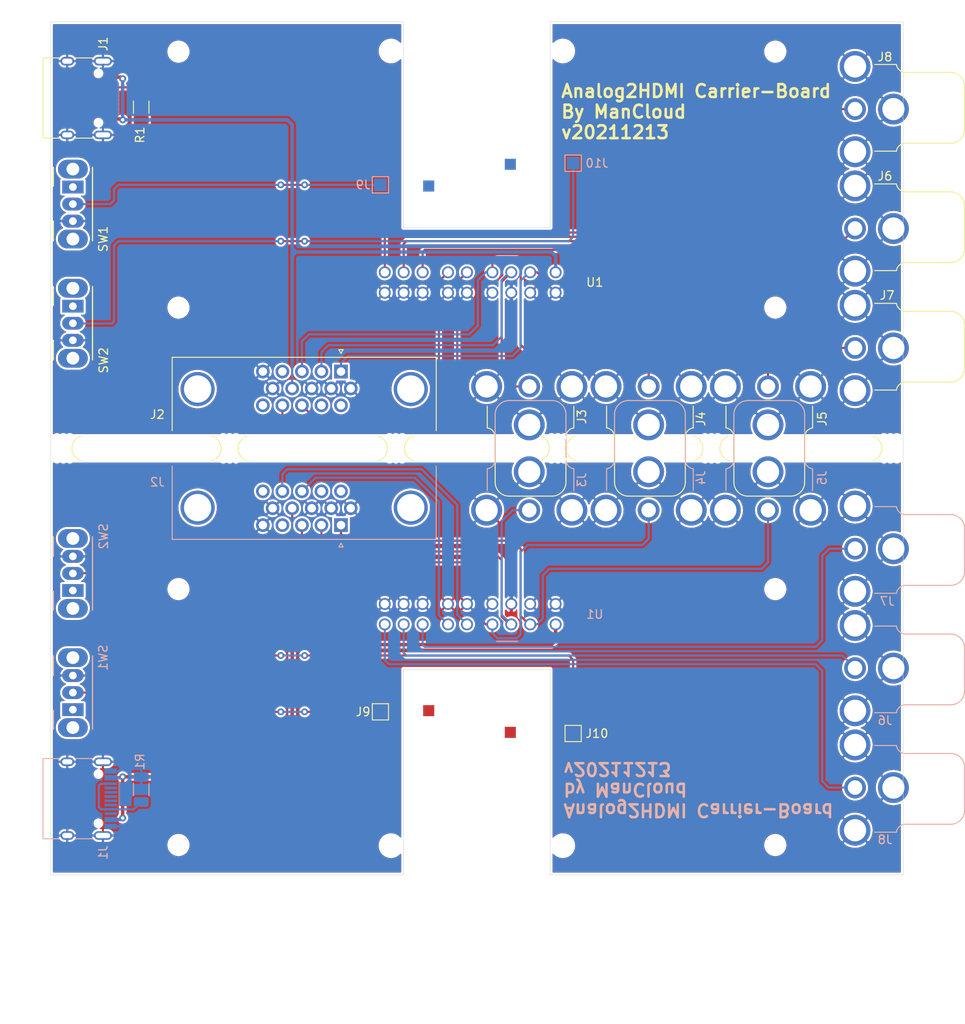
<source format=kicad_pcb>
(kicad_pcb (version 20171130) (host pcbnew "(5.1.10)-1")
  (layers (0 F.Cu signal) (31 B.Cu signal) (34 B.Paste user) (35 F.Paste user) (36 B.SilkS user) (37 F.SilkS user) (38 B.Mask user) (39 F.Mask user) (44 Edge.Cuts user))
  (net 0 "")
  (net 1 GND)
  (net 2 +5V)
  (net 3 "Net-(J1-PadA5)")
  (net 4 "Net-(J2-Pad0)")
  (net 5 /VS)
  (net 6 /HS)
  (net 7 /B|Pb)
  (net 8 /G|Y)
  (net 9 /R|Pr)
  (net 10 /AUDIO_R)
  (net 11 /AUDIO_L)
  (net 12 /SPDIF)
  (net 13 /~RGBHV)
  (net 14 /~ANALOG)
  (module MountingHole:MountingHole_2.1mm (layer B.Cu) (at 185 118)
    (fp_text reference H4 (at 0 -0.09) (layer B.SilkS) (effects (justify mirror)))
    (fp_text value MountingHole)
    (pad "" np_thru_hole circle (at 0 0) (size 2.1 2.1) (drill 2.1) (layers *.Cu *.Mask))
  )
  (module MountingHole:MountingHole_2.1mm (layer B.Cu) (at 115 148)
    (fp_text reference H1 (at 0.062 -0.118) (layer B.SilkS) (effects (justify mirror)))
    (fp_text value MountingHole)
    (pad "" np_thru_hole circle (at 0 0) (size 2.1 2.1) (drill 2.1) (layers *.Cu *.Mask))
  )
  (module MountingHole:MountingHole_2.1mm (layer B.Cu) (at 115 118)
    (fp_text reference H2 (at 0.062 -0.09) (layer B.SilkS) (effects (justify mirror)))
    (fp_text value MountingHole)
    (pad "" np_thru_hole circle (at 0 0) (size 2.1 2.1) (drill 2.1) (layers *.Cu *.Mask))
  )
  (module Connector_Dsub:DSUB-15-HD_Female_Horizontal_P2.29x1.98mm_EdgePinOffset3.03mm_Housed_MountingHolesOffset4.94mm (layer B.Cu) (at 134.06 110.5)
    (fp_text reference J2 (at -21.538 -5.036) (layer B.SilkS) (effects (justify mirror)))
    (fp_text value DB15_Female_HighDensity_MountingHoles)
    (pad 1 thru_hole rect (at 0 0) (size 1.6 1.6) (drill 1) (layers *.Cu *.Mask) (net 9 /R|Pr))
    (pad 2 thru_hole circle (at -2.29 0) (size 1.6 1.6) (drill 1) (layers *.Cu *.Mask) (net 8 /G|Y))
    (pad 3 thru_hole circle (at -4.58 0) (size 1.6 1.6) (drill 1) (layers *.Cu *.Mask) (net 7 /B|Pb))
    (pad 4 thru_hole circle (at -6.87 0) (size 1.6 1.6) (drill 1) (layers *.Cu *.Mask))
    (pad 5 thru_hole circle (at -9.16 0) (size 1.6 1.6) (drill 1) (layers *.Cu *.Mask) (net 1 GND))
    (pad 6 thru_hole circle (at 1.145 -1.98) (size 1.6 1.6) (drill 1) (layers *.Cu *.Mask) (net 1 GND))
    (pad 7 thru_hole circle (at -1.145 -1.98) (size 1.6 1.6) (drill 1) (layers *.Cu *.Mask) (net 1 GND))
    (pad 8 thru_hole circle (at -3.435 -1.98) (size 1.6 1.6) (drill 1) (layers *.Cu *.Mask) (net 1 GND))
    (pad 9 thru_hole circle (at -5.725 -1.98) (size 1.6 1.6) (drill 1) (layers *.Cu *.Mask) (net 2 +5V))
    (pad 10 thru_hole circle (at -8.015 -1.98) (size 1.6 1.6) (drill 1) (layers *.Cu *.Mask) (net 1 GND))
    (pad 11 thru_hole circle (at 0 -3.96) (size 1.6 1.6) (drill 1) (layers *.Cu *.Mask))
    (pad 12 thru_hole circle (at -2.29 -3.96) (size 1.6 1.6) (drill 1) (layers *.Cu *.Mask))
    (pad 13 thru_hole circle (at -4.58 -3.96) (size 1.6 1.6) (drill 1) (layers *.Cu *.Mask) (net 6 /HS))
    (pad 14 thru_hole circle (at -6.87 -3.96) (size 1.6 1.6) (drill 1) (layers *.Cu *.Mask) (net 5 /VS))
    (pad 15 thru_hole circle (at -9.16 -3.96) (size 1.6 1.6) (drill 1) (layers *.Cu *.Mask))
    (pad 0 thru_hole circle (at -16.815 -2.05) (size 4 4) (drill 3.2) (layers *.Cu *.Mask) (net 4 "Net-(J2-Pad0)"))
    (pad 0 thru_hole circle (at 8.185 -2.05) (size 4 4) (drill 3.2) (layers *.Cu *.Mask) (net 4 "Net-(J2-Pad0)"))
  )
  (module Resistor_SMD:R_1206_3216Metric (layer B.Cu) (at 110.63 141.4875 270)
    (fp_text reference R1 (at -3.2575 0.14 270) (layer B.SilkS) (effects (justify mirror)))
    (fp_text value 5k1)
    (pad 1 smd roundrect (at -1.4625 0 270) (size 1.125 1.75) (layers B.Cu B.Paste B.Mask) (roundrect_rratio 0.2222204444444444) (net 1 GND))
    (pad 2 smd roundrect (at 1.4625 0 270) (size 1.125 1.75) (layers B.Cu B.Paste B.Mask) (roundrect_rratio 0.2222204444444444) (net 3 "Net-(J1-PadA5)"))
  )
  (module Connector_Coaxial:RCA_Green (layer B.Cu) (at 156.095 108.7 90)
    (fp_text reference J3 (at 3.49 6.211 270) (layer B.SilkS) (effects (justify mirror)))
    (fp_text value Conn_Coaxial)
    (pad 2 thru_hole circle (at 4.45 0.05 180) (size 3.616 3.616) (drill 2.6) (layers *.Cu *.Mask) (net 1 GND))
    (pad 2 thru_hole circle (at -0.05 -4.95 180) (size 3.616 3.616) (drill 2.6) (layers *.Cu *.Mask) (net 1 GND))
    (pad 2 thru_hole circle (at -0.05 5.05 180) (size 3.616 3.616) (drill 2.6) (layers *.Cu *.Mask) (net 1 GND))
    (pad 1 thru_hole circle (at -0.05 0.05 180) (size 2.55 2.55) (drill 1.7) (layers *.Cu *.Mask) (net 8 /G|Y))
  )
  (module Connector_Coaxial:RCA_Blue (layer B.Cu) (at 170.095 108.7 90)
    (fp_text reference J4 (at 3.744 6.181 270) (layer B.SilkS) (effects (justify mirror)))
    (fp_text value Conn_Coaxial)
    (pad 1 thru_hole circle (at -0.05 0.05 180) (size 2.55 2.55) (drill 1.7) (layers *.Cu *.Mask) (net 7 /B|Pb))
    (pad 2 thru_hole circle (at -0.05 5.05 180) (size 3.616 3.616) (drill 2.6) (layers *.Cu *.Mask) (net 1 GND))
    (pad 2 thru_hole circle (at -0.05 -4.95 180) (size 3.616 3.616) (drill 2.6) (layers *.Cu *.Mask) (net 1 GND))
    (pad 2 thru_hole circle (at 4.45 0.05 180) (size 3.616 3.616) (drill 2.6) (layers *.Cu *.Mask) (net 1 GND))
  )
  (module Connector_Coaxial:RCA_Red (layer B.Cu) (at 184.095 108.7 90)
    (fp_text reference J5 (at 3.744 6.405 270) (layer B.SilkS) (effects (justify mirror)))
    (fp_text value Conn_Coaxial)
    (pad 2 thru_hole circle (at 4.45 0.05 180) (size 3.616 3.616) (drill 2.6) (layers *.Cu *.Mask) (net 1 GND))
    (pad 2 thru_hole circle (at -0.05 -4.95 180) (size 3.616 3.616) (drill 2.6) (layers *.Cu *.Mask) (net 1 GND))
    (pad 2 thru_hole circle (at -0.05 5.05 180) (size 3.616 3.616) (drill 2.6) (layers *.Cu *.Mask) (net 1 GND))
    (pad 1 thru_hole circle (at -0.05 0.05 180) (size 2.55 2.55) (drill 1.7) (layers *.Cu *.Mask) (net 9 /R|Pr))
  )
  (module MountingHole:MountingHole_2.1mm (layer B.Cu) (at 185 148)
    (fp_text reference H3 (at 0 -0.118) (layer B.SilkS) (effects (justify mirror)))
    (fp_text value MountingHole)
    (pad "" np_thru_hole circle (at 0 0) (size 2.1 2.1) (drill 2.1) (layers *.Cu *.Mask))
  )
  (module TestPoint:TestPoint_Pad_1.5x1.5mm (layer F.Cu) (at 138.684 132.388)
    (fp_text reference J9 (at -2.032 0) (layer F.SilkS))
    (fp_text value Conn_01x01)
    (pad 1 smd rect (at 0 0) (size 1.5 1.5) (layers F.Cu F.Mask) (net 13 /~RGBHV))
  )
  (module TestPoint:TestPoint_Pad_1.5x1.5mm (layer F.Cu) (at 161.29 134.928)
    (fp_text reference J10 (at 2.794 0) (layer F.SilkS))
    (fp_text value Conn_01x01)
    (pad 1 smd rect (at 0 0) (size 1.5 1.5) (layers F.Cu F.Mask) (net 14 /~ANALOG))
  )
  (module Analog2HDMI:Analog2HDMI (layer B.Cu) (at 150 134)
    (fp_text reference U1 (at 13.83 -13.042) (layer B.SilkS) (effects (justify mirror)))
    (fp_text value Analog2HDMI)
    (pad "" np_thru_hole circle (at -10.075 14.075) (size 2.4 2.4) (drill 2.4) (layers *.Cu *.Mask))
    (pad "" np_thru_hole circle (at 10.075 14.075 270) (size 2.4 2.4) (drill 2.4) (layers *.Cu *.Mask))
    (pad 1 thru_hole circle (at -10.805 -11.865 270) (size 1.4 1.4) (drill 1) (layers *.Cu *.Mask) (net 12 /SPDIF))
    (pad 2 thru_hole circle (at -8.585 -11.865 270) (size 1.4 1.4) (drill 1) (layers *.Cu *.Mask) (net 10 /AUDIO_R))
    (pad 3 thru_hole circle (at -6.365 -11.865 270) (size 1.4 1.4) (drill 1) (layers *.Cu *.Mask) (net 11 /AUDIO_L))
    (pad 4 thru_hole circle (at -3.385 -11.865 270) (size 1.4 1.4) (drill 1) (layers *.Cu *.Mask) (net 6 /HS))
    (pad 5 thru_hole circle (at -1.165 -11.865 270) (size 1.4 1.4) (drill 1) (layers *.Cu *.Mask) (net 5 /VS))
    (pad 6 thru_hole circle (at 1.815 -11.865 270) (size 1.4 1.4) (drill 1) (layers *.Cu *.Mask) (net 7 /B|Pb))
    (pad 7 thru_hole circle (at 4.035 -11.865 270) (size 1.4 1.4) (drill 1) (layers *.Cu *.Mask) (net 8 /G|Y))
    (pad 8 thru_hole circle (at 6.255 -11.865 270) (size 1.4 1.4) (drill 1) (layers *.Cu *.Mask) (net 9 /R|Pr))
    (pad 9 thru_hole circle (at 9.235 -11.865 270) (size 1.4 1.4) (drill 1) (layers *.Cu *.Mask) (net 2 +5V))
    (pad 10 thru_hole circle (at 6.255 -14.255 270) (size 1.4 1.4) (drill 1) (layers *.Cu *.Mask) (net 1 GND))
    (pad 10 thru_hole circle (at 9.235 -14.255 270) (size 1.4 1.4) (drill 1) (layers *.Cu *.Mask) (net 1 GND))
    (pad 10 thru_hole circle (at 4.035 -14.255 270) (size 1.4 1.4) (drill 1) (layers *.Cu *.Mask) (net 1 GND))
    (pad 10 thru_hole circle (at 1.815 -14.255 270) (size 1.4 1.4) (drill 1) (layers *.Cu *.Mask) (net 1 GND))
    (pad 10 thru_hole circle (at -1.165 -14.255 270) (size 1.4 1.4) (drill 1) (layers *.Cu *.Mask) (net 1 GND))
    (pad 10 thru_hole circle (at -3.385 -14.255 270) (size 1.4 1.4) (drill 1) (layers *.Cu *.Mask) (net 1 GND))
    (pad 10 thru_hole circle (at -8.585 -14.255 270) (size 1.4 1.4) (drill 1) (layers *.Cu *.Mask) (net 1 GND))
    (pad 10 thru_hole circle (at -10.805 -14.255 270) (size 1.4 1.4) (drill 1) (layers *.Cu *.Mask) (net 1 GND))
    (pad 10 thru_hole circle (at -6.365 -14.255 270) (size 1.4 1.4) (drill 1) (layers *.Cu *.Mask) (net 1 GND))
    (pad 11 smd rect (at 3.925 0.795 270) (size 1.3 1.3) (layers F.Cu F.Paste F.Mask) (net 14 /~ANALOG))
    (pad 12 smd rect (at -5.65 -1.75 270) (size 1.3 1.3) (layers F.Cu F.Paste F.Mask) (net 13 /~RGBHV))
  )
  (module Connector_Coaxial:RCA_Red (layer B.Cu) (at 194.405 127.215)
    (fp_text reference J6 (at 3.461 6.189) (layer B.SilkS) (effects (justify mirror)))
    (fp_text value Conn_Coaxial)
    (pad 2 thru_hole circle (at 4.45 0.05 90) (size 3.616 3.616) (drill 2.6) (layers *.Cu *.Mask) (net 1 GND))
    (pad 2 thru_hole circle (at -0.05 -4.95 90) (size 3.616 3.616) (drill 2.6) (layers *.Cu *.Mask) (net 1 GND))
    (pad 2 thru_hole circle (at -0.05 5.05 90) (size 3.616 3.616) (drill 2.6) (layers *.Cu *.Mask) (net 1 GND))
    (pad 1 thru_hole circle (at -0.05 0.05 90) (size 2.55 2.55) (drill 1.7) (layers *.Cu *.Mask) (net 10 /AUDIO_R))
  )
  (module Connector_Coaxial:RCA_White (layer B.Cu) (at 194.405 113.215)
    (fp_text reference J7 (at 3.715 6.219) (layer B.SilkS) (effects (justify mirror)))
    (fp_text value Conn_Coaxial)
    (pad 2 thru_hole circle (at 4.45 0.05 90) (size 3.616 3.616) (drill 2.6) (layers *.Cu *.Mask) (net 1 GND))
    (pad 2 thru_hole circle (at -0.05 -4.95 90) (size 3.616 3.616) (drill 2.6) (layers *.Cu *.Mask) (net 1 GND))
    (pad 2 thru_hole circle (at -0.05 5.05 90) (size 3.616 3.616) (drill 2.6) (layers *.Cu *.Mask) (net 1 GND))
    (pad 1 thru_hole circle (at -0.05 0.05 90) (size 2.55 2.55) (drill 1.7) (layers *.Cu *.Mask) (net 11 /AUDIO_L))
  )
  (module Connector_Coaxial:RCA_Gray (layer B.Cu) (at 194.405 141.215)
    (fp_text reference J8 (at 3.461 6.159) (layer B.SilkS) (effects (justify mirror)))
    (fp_text value Conn_Coaxial)
    (pad 1 thru_hole circle (at -0.05 0.05 90) (size 2.55 2.55) (drill 1.7) (layers *.Cu *.Mask) (net 12 /SPDIF))
    (pad 2 thru_hole circle (at -0.05 5.05 90) (size 3.616 3.616) (drill 2.6) (layers *.Cu *.Mask) (net 1 GND))
    (pad 2 thru_hole circle (at -0.05 -4.95 90) (size 3.616 3.616) (drill 2.6) (layers *.Cu *.Mask) (net 1 GND))
    (pad 2 thru_hole circle (at 4.45 0.05 90) (size 3.616 3.616) (drill 2.6) (layers *.Cu *.Mask) (net 1 GND))
  )
  (module Connector_USB:USB_C_Receptacle_HRO_TYPE-C-31-M-12 (layer B.Cu) (at 103.01 142.565 90)
    (fp_text reference J1 (at -6.333 3.162 270) (layer B.SilkS) (effects (justify mirror)))
    (fp_text value USB_C_Receptacle_USB2.0)
    (pad S1 thru_hole oval (at 4.32 -1.05 90) (size 1 1.6) (drill oval 0.6 1.2) (layers *.Cu *.Mask) (net 1 GND))
    (pad "" np_thru_hole circle (at 2.89 2.6 90) (size 0.65 0.65) (drill 0.65) (layers *.Cu *.Mask))
    (pad S1 thru_hole oval (at -4.32 -1.05 90) (size 1 1.6) (drill oval 0.6 1.2) (layers *.Cu *.Mask) (net 1 GND))
    (pad "" np_thru_hole circle (at -2.89 2.6 90) (size 0.65 0.65) (drill 0.65) (layers *.Cu *.Mask))
    (pad S1 thru_hole oval (at -4.32 3.13 90) (size 1 2.1) (drill oval 0.6 1.7) (layers *.Cu *.Mask) (net 1 GND))
    (pad S1 thru_hole oval (at 4.32 3.13 90) (size 1 2.1) (drill oval 0.6 1.7) (layers *.Cu *.Mask) (net 1 GND))
    (pad A6 smd rect (at -0.25 4.045 90) (size 0.3 1.45) (layers B.Cu B.Paste B.Mask))
    (pad B5 smd rect (at 1.75 4.045 90) (size 0.3 1.45) (layers B.Cu B.Paste B.Mask) (net 3 "Net-(J1-PadA5)"))
    (pad A8 smd rect (at 1.25 4.045 90) (size 0.3 1.45) (layers B.Cu B.Paste B.Mask))
    (pad B6 smd rect (at 0.75 4.045 90) (size 0.3 1.45) (layers B.Cu B.Paste B.Mask))
    (pad A7 smd rect (at 0.25 4.045 90) (size 0.3 1.45) (layers B.Cu B.Paste B.Mask))
    (pad B7 smd rect (at -0.75 4.045 90) (size 0.3 1.45) (layers B.Cu B.Paste B.Mask))
    (pad A5 smd rect (at -1.25 4.045 90) (size 0.3 1.45) (layers B.Cu B.Paste B.Mask) (net 3 "Net-(J1-PadA5)"))
    (pad B8 smd rect (at -1.75 4.045 90) (size 0.3 1.45) (layers B.Cu B.Paste B.Mask))
    (pad A12 smd rect (at 3.25 4.045 90) (size 0.6 1.45) (layers B.Cu B.Paste B.Mask) (net 1 GND))
    (pad B4 smd rect (at 2.45 4.045 90) (size 0.6 1.45) (layers B.Cu B.Paste B.Mask) (net 2 +5V))
    (pad A4 smd rect (at -2.45 4.045 90) (size 0.6 1.45) (layers B.Cu B.Paste B.Mask) (net 2 +5V))
    (pad A1 smd rect (at -3.25 4.045 90) (size 0.6 1.45) (layers B.Cu B.Paste B.Mask) (net 1 GND))
    (pad B12 smd rect (at -3.25 4.045 90) (size 0.6 1.45) (layers B.Cu B.Paste B.Mask) (net 1 GND))
    (pad B9 smd rect (at -2.45 4.045 90) (size 0.6 1.45) (layers B.Cu B.Paste B.Mask) (net 2 +5V))
    (pad A9 smd rect (at 2.45 4.045 90) (size 0.6 1.45) (layers B.Cu B.Paste B.Mask) (net 2 +5V))
    (pad B1 smd rect (at 3.25 4.045 90) (size 0.6 1.45) (layers B.Cu B.Paste B.Mask) (net 1 GND))
  )
  (module Button_Switch_THT:SW_CuK_OS102011MA1QN1_SPDT_Angled (layer B.Cu) (at 102.616 132.134 90)
    (fp_text reference SW1 (at 6.096 3.556 270) (layer B.SilkS) (effects (justify mirror)))
    (fp_text value SW_Push_SPDT)
    (pad 1 thru_hole rect (at 0 0 90) (size 1.5 2.5) (drill 0.9) (layers *.Cu *.Mask))
    (pad 2 thru_hole oval (at 2 0 90) (size 1.5 2.5) (drill 0.9) (layers *.Cu *.Mask) (net 13 /~RGBHV))
    (pad 3 thru_hole oval (at 4 0 90) (size 1.5 2.5) (drill 0.9) (layers *.Cu *.Mask) (net 1 GND))
    (pad "" thru_hole oval (at -2.1 0 90) (size 2.2 3.5) (drill 1.5) (layers *.Cu *.Mask))
    (pad "" thru_hole oval (at 6.1 0 90) (size 2.2 3.5) (drill 1.5) (layers *.Cu *.Mask))
  )
  (module Button_Switch_THT:SW_CuK_OS102011MA1QN1_SPDT_Angled (layer B.Cu) (at 102.616 118.164 90)
    (fp_text reference SW2 (at 6.35 3.6 270) (layer B.SilkS) (effects (justify mirror)))
    (fp_text value SW_Push_SPDT)
    (pad 1 thru_hole rect (at 0 0 90) (size 1.5 2.5) (drill 0.9) (layers *.Cu *.Mask))
    (pad 2 thru_hole oval (at 2 0 90) (size 1.5 2.5) (drill 0.9) (layers *.Cu *.Mask) (net 14 /~ANALOG))
    (pad 3 thru_hole oval (at 4 0 90) (size 1.5 2.5) (drill 0.9) (layers *.Cu *.Mask) (net 1 GND))
    (pad "" thru_hole oval (at -2.1 0 90) (size 2.2 3.5) (drill 1.5) (layers *.Cu *.Mask))
    (pad "" thru_hole oval (at 6.1 0 90) (size 2.2 3.5) (drill 1.5) (layers *.Cu *.Mask))
  )
  (module Panelization:mouse-bite-3mm-slot (layer F.Cu) (at 177.5 101.5)
    (fp_text reference mouse-bite-3mm-slot hide)
    (fp_text value VAL** hide)
    (pad "" np_thru_hole circle (at 0.75 1.3) (size 0.5 0.5) (drill 0.5) (layers *.Cu *.Mask))
    (pad "" np_thru_hole circle (at -0.75 1.3) (size 0.5 0.5) (drill 0.5) (layers *.Cu *.Mask))
    (pad "" np_thru_hole circle (at -0.75 -1.3) (size 0.5 0.5) (drill 0.5) (layers *.Cu *.Mask))
    (pad "" np_thru_hole circle (at 0.75 -1.3) (size 0.5 0.5) (drill 0.5) (layers *.Cu *.Mask))
    (pad "" np_thru_hole circle (at 0 1.3) (size 0.5 0.5) (drill 0.5) (layers *.Cu *.Mask))
    (pad "" np_thru_hole circle (at 0 -1.3) (size 0.5 0.5) (drill 0.5) (layers *.Cu *.Mask))
  )
  (module Panelization:mouse-bite-3mm-slot (layer F.Cu) (at 121 101.5)
    (fp_text reference mouse-bite-3mm-slot hide)
    (fp_text value VAL** hide)
    (pad "" np_thru_hole circle (at 0.75 1.3) (size 0.5 0.5) (drill 0.5) (layers *.Cu *.Mask))
    (pad "" np_thru_hole circle (at -0.75 1.3) (size 0.5 0.5) (drill 0.5) (layers *.Cu *.Mask))
    (pad "" np_thru_hole circle (at -0.75 -1.3) (size 0.5 0.5) (drill 0.5) (layers *.Cu *.Mask))
    (pad "" np_thru_hole circle (at 0.75 -1.3) (size 0.5 0.5) (drill 0.5) (layers *.Cu *.Mask))
    (pad "" np_thru_hole circle (at 0 1.3) (size 0.5 0.5) (drill 0.5) (layers *.Cu *.Mask))
    (pad "" np_thru_hole circle (at 0 -1.3) (size 0.5 0.5) (drill 0.5) (layers *.Cu *.Mask))
  )
  (module Panelization:mouse-bite-3mm-slot (layer F.Cu) (at 159.5 101.5)
    (fp_text reference mouse-bite-3mm-slot hide)
    (fp_text value VAL** hide)
    (pad "" np_thru_hole circle (at 0.75 1.3) (size 0.5 0.5) (drill 0.5) (layers *.Cu *.Mask))
    (pad "" np_thru_hole circle (at -0.75 1.3) (size 0.5 0.5) (drill 0.5) (layers *.Cu *.Mask))
    (pad "" np_thru_hole circle (at -0.75 -1.3) (size 0.5 0.5) (drill 0.5) (layers *.Cu *.Mask))
    (pad "" np_thru_hole circle (at 0.75 -1.3) (size 0.5 0.5) (drill 0.5) (layers *.Cu *.Mask))
    (pad "" np_thru_hole circle (at 0 1.3) (size 0.5 0.5) (drill 0.5) (layers *.Cu *.Mask))
    (pad "" np_thru_hole circle (at 0 -1.3) (size 0.5 0.5) (drill 0.5) (layers *.Cu *.Mask))
  )
  (module Panelization:mouse-bite-3mm-slot (layer F.Cu) (at 140.5 101.5)
    (fp_text reference mouse-bite-3mm-slot hide)
    (fp_text value VAL** hide)
    (pad "" np_thru_hole circle (at 0.75 1.3) (size 0.5 0.5) (drill 0.5) (layers *.Cu *.Mask))
    (pad "" np_thru_hole circle (at -0.75 1.3) (size 0.5 0.5) (drill 0.5) (layers *.Cu *.Mask))
    (pad "" np_thru_hole circle (at -0.75 -1.3) (size 0.5 0.5) (drill 0.5) (layers *.Cu *.Mask))
    (pad "" np_thru_hole circle (at 0.75 -1.3) (size 0.5 0.5) (drill 0.5) (layers *.Cu *.Mask))
    (pad "" np_thru_hole circle (at 0 1.3) (size 0.5 0.5) (drill 0.5) (layers *.Cu *.Mask))
    (pad "" np_thru_hole circle (at 0 -1.3) (size 0.5 0.5) (drill 0.5) (layers *.Cu *.Mask))
  )
  (module Panelization:mouse-bite-3mm-end (layer F.Cu) (at 198.5 101.5 180)
    (fp_text reference mouse-bite-3mm-slot hide)
    (fp_text value VAL** hide)
    (pad "" np_thru_hole circle (at 0 -1.3 180) (size 0.5 0.5) (drill 0.5) (layers *.Cu *.Mask))
    (pad "" np_thru_hole circle (at 0 1.3 180) (size 0.5 0.5) (drill 0.5) (layers *.Cu *.Mask))
    (pad "" np_thru_hole circle (at 0.75 -1.3 180) (size 0.5 0.5) (drill 0.5) (layers *.Cu *.Mask))
    (pad "" np_thru_hole circle (at -0.75 -1.3 180) (size 0.5 0.5) (drill 0.5) (layers *.Cu *.Mask))
    (pad "" np_thru_hole circle (at -0.75 1.3 180) (size 0.5 0.5) (drill 0.5) (layers *.Cu *.Mask))
    (pad "" np_thru_hole circle (at 0.75 1.3 180) (size 0.5 0.5) (drill 0.5) (layers *.Cu *.Mask))
  )
  (module Panelization:mouse-bite-3mm-end (layer F.Cu) (at 101.5 101.5)
    (fp_text reference mouse-bite-3mm-slot hide)
    (fp_text value VAL** hide)
    (pad "" np_thru_hole circle (at 0 -1.3) (size 0.5 0.5) (drill 0.5) (layers *.Cu *.Mask))
    (pad "" np_thru_hole circle (at 0 1.3) (size 0.5 0.5) (drill 0.5) (layers *.Cu *.Mask))
    (pad "" np_thru_hole circle (at 0.75 -1.3) (size 0.5 0.5) (drill 0.5) (layers *.Cu *.Mask))
    (pad "" np_thru_hole circle (at -0.75 -1.3) (size 0.5 0.5) (drill 0.5) (layers *.Cu *.Mask))
    (pad "" np_thru_hole circle (at -0.75 1.3) (size 0.5 0.5) (drill 0.5) (layers *.Cu *.Mask))
    (pad "" np_thru_hole circle (at 0.75 1.3) (size 0.5 0.5) (drill 0.5) (layers *.Cu *.Mask))
  )
  (module Analog2HDMI:Analog2HDMI (layer F.Cu) (at 150 69)
    (fp_text reference U1 (at 13.83 13.042) (layer F.SilkS))
    (fp_text value Analog2HDMI)
    (pad 12 smd rect (at -5.65 1.75 90) (size 1.3 1.3) (layers B.Cu B.Paste B.Mask) (net 13 /~RGBHV))
    (pad 11 smd rect (at 3.925 -0.795 90) (size 1.3 1.3) (layers B.Cu B.Paste B.Mask) (net 14 /~ANALOG))
    (pad 10 thru_hole circle (at -6.365 14.255 90) (size 1.4 1.4) (drill 1) (layers *.Cu *.Mask) (net 1 GND))
    (pad 10 thru_hole circle (at -10.805 14.255 90) (size 1.4 1.4) (drill 1) (layers *.Cu *.Mask) (net 1 GND))
    (pad 10 thru_hole circle (at -8.585 14.255 90) (size 1.4 1.4) (drill 1) (layers *.Cu *.Mask) (net 1 GND))
    (pad 10 thru_hole circle (at -3.385 14.255 90) (size 1.4 1.4) (drill 1) (layers *.Cu *.Mask) (net 1 GND))
    (pad 10 thru_hole circle (at -1.165 14.255 90) (size 1.4 1.4) (drill 1) (layers *.Cu *.Mask) (net 1 GND))
    (pad 10 thru_hole circle (at 1.815 14.255 90) (size 1.4 1.4) (drill 1) (layers *.Cu *.Mask) (net 1 GND))
    (pad 10 thru_hole circle (at 4.035 14.255 90) (size 1.4 1.4) (drill 1) (layers *.Cu *.Mask) (net 1 GND))
    (pad 10 thru_hole circle (at 9.235 14.255 90) (size 1.4 1.4) (drill 1) (layers *.Cu *.Mask) (net 1 GND))
    (pad 10 thru_hole circle (at 6.255 14.255 90) (size 1.4 1.4) (drill 1) (layers *.Cu *.Mask) (net 1 GND))
    (pad 9 thru_hole circle (at 9.235 11.865 90) (size 1.4 1.4) (drill 1) (layers *.Cu *.Mask) (net 2 +5V))
    (pad 8 thru_hole circle (at 6.255 11.865 90) (size 1.4 1.4) (drill 1) (layers *.Cu *.Mask) (net 9 /R|Pr))
    (pad 7 thru_hole circle (at 4.035 11.865 90) (size 1.4 1.4) (drill 1) (layers *.Cu *.Mask) (net 8 /G|Y))
    (pad 6 thru_hole circle (at 1.815 11.865 90) (size 1.4 1.4) (drill 1) (layers *.Cu *.Mask) (net 7 /B|Pb))
    (pad 5 thru_hole circle (at -1.165 11.865 90) (size 1.4 1.4) (drill 1) (layers *.Cu *.Mask) (net 5 /VS))
    (pad 4 thru_hole circle (at -3.385 11.865 90) (size 1.4 1.4) (drill 1) (layers *.Cu *.Mask) (net 6 /HS))
    (pad 3 thru_hole circle (at -6.365 11.865 90) (size 1.4 1.4) (drill 1) (layers *.Cu *.Mask) (net 11 /AUDIO_L))
    (pad 2 thru_hole circle (at -8.585 11.865 90) (size 1.4 1.4) (drill 1) (layers *.Cu *.Mask) (net 10 /AUDIO_R))
    (pad 1 thru_hole circle (at -10.805 11.865 90) (size 1.4 1.4) (drill 1) (layers *.Cu *.Mask) (net 12 /SPDIF))
    (pad "" np_thru_hole circle (at 10.075 -14.075 90) (size 2.4 2.4) (drill 2.4) (layers *.Cu *.Mask))
    (pad "" np_thru_hole circle (at -10.075 -14.075) (size 2.4 2.4) (drill 2.4) (layers *.Cu *.Mask))
  )
  (module TestPoint:TestPoint_Pad_1.5x1.5mm (layer B.Cu) (at 161.29 68.072)
    (fp_text reference J10 (at 2.794 0) (layer B.SilkS) (effects (justify mirror)))
    (fp_text value Conn_01x01)
    (pad 1 smd rect (at 0 0) (size 1.5 1.5) (layers B.Cu B.Mask) (net 14 /~ANALOG))
  )
  (module TestPoint:TestPoint_Pad_1.5x1.5mm (layer B.Cu) (at 138.684 70.612)
    (fp_text reference J9 (at -2.032 0) (layer B.SilkS) (effects (justify mirror)))
    (fp_text value Conn_01x01)
    (pad 1 smd rect (at 0 0) (size 1.5 1.5) (layers B.Cu B.Mask) (net 13 /~RGBHV))
  )
  (module Button_Switch_THT:SW_CuK_OS102011MA1QN1_SPDT_Angled (layer F.Cu) (at 102.616 84.836 270)
    (fp_text reference SW2 (at 6.35 -3.6 90) (layer F.SilkS))
    (fp_text value SW_Push_SPDT)
    (pad "" thru_hole oval (at 6.1 0 270) (size 2.2 3.5) (drill 1.5) (layers *.Cu *.Mask))
    (pad "" thru_hole oval (at -2.1 0 270) (size 2.2 3.5) (drill 1.5) (layers *.Cu *.Mask))
    (pad 3 thru_hole oval (at 4 0 270) (size 1.5 2.5) (drill 0.9) (layers *.Cu *.Mask) (net 1 GND))
    (pad 2 thru_hole oval (at 2 0 270) (size 1.5 2.5) (drill 0.9) (layers *.Cu *.Mask) (net 14 /~ANALOG))
    (pad 1 thru_hole rect (at 0 0 270) (size 1.5 2.5) (drill 0.9) (layers *.Cu *.Mask))
  )
  (module Button_Switch_THT:SW_CuK_OS102011MA1QN1_SPDT_Angled (layer F.Cu) (at 102.616 70.866 270)
    (fp_text reference SW1 (at 6.096 -3.556 90) (layer F.SilkS))
    (fp_text value SW_Push_SPDT)
    (pad "" thru_hole oval (at 6.1 0 270) (size 2.2 3.5) (drill 1.5) (layers *.Cu *.Mask))
    (pad "" thru_hole oval (at -2.1 0 270) (size 2.2 3.5) (drill 1.5) (layers *.Cu *.Mask))
    (pad 3 thru_hole oval (at 4 0 270) (size 1.5 2.5) (drill 0.9) (layers *.Cu *.Mask) (net 1 GND))
    (pad 2 thru_hole oval (at 2 0 270) (size 1.5 2.5) (drill 0.9) (layers *.Cu *.Mask) (net 13 /~RGBHV))
    (pad 1 thru_hole rect (at 0 0 270) (size 1.5 2.5) (drill 0.9) (layers *.Cu *.Mask))
  )
  (module Connector_USB:USB_C_Receptacle_HRO_TYPE-C-31-M-12 (layer F.Cu) (at 103.01 60.435 270)
    (fp_text reference J1 (at -6.333 -3.162 90) (layer F.SilkS))
    (fp_text value USB_C_Receptacle_USB2.0)
    (pad B1 smd rect (at 3.25 -4.045 270) (size 0.6 1.45) (layers F.Cu F.Paste F.Mask) (net 1 GND))
    (pad A9 smd rect (at 2.45 -4.045 270) (size 0.6 1.45) (layers F.Cu F.Paste F.Mask) (net 2 +5V))
    (pad B9 smd rect (at -2.45 -4.045 270) (size 0.6 1.45) (layers F.Cu F.Paste F.Mask) (net 2 +5V))
    (pad B12 smd rect (at -3.25 -4.045 270) (size 0.6 1.45) (layers F.Cu F.Paste F.Mask) (net 1 GND))
    (pad A1 smd rect (at -3.25 -4.045 270) (size 0.6 1.45) (layers F.Cu F.Paste F.Mask) (net 1 GND))
    (pad A4 smd rect (at -2.45 -4.045 270) (size 0.6 1.45) (layers F.Cu F.Paste F.Mask) (net 2 +5V))
    (pad B4 smd rect (at 2.45 -4.045 270) (size 0.6 1.45) (layers F.Cu F.Paste F.Mask) (net 2 +5V))
    (pad A12 smd rect (at 3.25 -4.045 270) (size 0.6 1.45) (layers F.Cu F.Paste F.Mask) (net 1 GND))
    (pad B8 smd rect (at -1.75 -4.045 270) (size 0.3 1.45) (layers F.Cu F.Paste F.Mask))
    (pad A5 smd rect (at -1.25 -4.045 270) (size 0.3 1.45) (layers F.Cu F.Paste F.Mask) (net 3 "Net-(J1-PadA5)"))
    (pad B7 smd rect (at -0.75 -4.045 270) (size 0.3 1.45) (layers F.Cu F.Paste F.Mask))
    (pad A7 smd rect (at 0.25 -4.045 270) (size 0.3 1.45) (layers F.Cu F.Paste F.Mask))
    (pad B6 smd rect (at 0.75 -4.045 270) (size 0.3 1.45) (layers F.Cu F.Paste F.Mask))
    (pad A8 smd rect (at 1.25 -4.045 270) (size 0.3 1.45) (layers F.Cu F.Paste F.Mask))
    (pad B5 smd rect (at 1.75 -4.045 270) (size 0.3 1.45) (layers F.Cu F.Paste F.Mask) (net 3 "Net-(J1-PadA5)"))
    (pad A6 smd rect (at -0.25 -4.045 270) (size 0.3 1.45) (layers F.Cu F.Paste F.Mask))
    (pad S1 thru_hole oval (at 4.32 -3.13 270) (size 1 2.1) (drill oval 0.6 1.7) (layers *.Cu *.Mask) (net 1 GND))
    (pad S1 thru_hole oval (at -4.32 -3.13 270) (size 1 2.1) (drill oval 0.6 1.7) (layers *.Cu *.Mask) (net 1 GND))
    (pad "" np_thru_hole circle (at -2.89 -2.6 270) (size 0.65 0.65) (drill 0.65) (layers *.Cu *.Mask))
    (pad S1 thru_hole oval (at -4.32 1.05 270) (size 1 1.6) (drill oval 0.6 1.2) (layers *.Cu *.Mask) (net 1 GND))
    (pad "" np_thru_hole circle (at 2.89 -2.6 270) (size 0.65 0.65) (drill 0.65) (layers *.Cu *.Mask))
    (pad S1 thru_hole oval (at 4.32 1.05 270) (size 1 1.6) (drill oval 0.6 1.2) (layers *.Cu *.Mask) (net 1 GND))
  )
  (module Connector_Coaxial:RCA_Gray (layer F.Cu) (at 194.405 61.785)
    (fp_text reference J8 (at 3.461 -6.159) (layer F.SilkS))
    (fp_text value Conn_Coaxial)
    (pad 2 thru_hole circle (at 4.45 -0.05 270) (size 3.616 3.616) (drill 2.6) (layers *.Cu *.Mask) (net 1 GND))
    (pad 2 thru_hole circle (at -0.05 4.95 270) (size 3.616 3.616) (drill 2.6) (layers *.Cu *.Mask) (net 1 GND))
    (pad 2 thru_hole circle (at -0.05 -5.05 270) (size 3.616 3.616) (drill 2.6) (layers *.Cu *.Mask) (net 1 GND))
    (pad 1 thru_hole circle (at -0.05 -0.05 270) (size 2.55 2.55) (drill 1.7) (layers *.Cu *.Mask) (net 12 /SPDIF))
  )
  (module Connector_Coaxial:RCA_White (layer F.Cu) (at 194.405 89.785)
    (fp_text reference J7 (at 3.715 -6.219) (layer F.SilkS))
    (fp_text value Conn_Coaxial)
    (pad 1 thru_hole circle (at -0.05 -0.05 270) (size 2.55 2.55) (drill 1.7) (layers *.Cu *.Mask) (net 11 /AUDIO_L))
    (pad 2 thru_hole circle (at -0.05 -5.05 270) (size 3.616 3.616) (drill 2.6) (layers *.Cu *.Mask) (net 1 GND))
    (pad 2 thru_hole circle (at -0.05 4.95 270) (size 3.616 3.616) (drill 2.6) (layers *.Cu *.Mask) (net 1 GND))
    (pad 2 thru_hole circle (at 4.45 -0.05 270) (size 3.616 3.616) (drill 2.6) (layers *.Cu *.Mask) (net 1 GND))
  )
  (module Connector_Coaxial:RCA_Red (layer F.Cu) (at 194.405 75.785)
    (fp_text reference J6 (at 3.461 -6.189) (layer F.SilkS))
    (fp_text value Conn_Coaxial)
    (pad 1 thru_hole circle (at -0.05 -0.05 270) (size 2.55 2.55) (drill 1.7) (layers *.Cu *.Mask) (net 10 /AUDIO_R))
    (pad 2 thru_hole circle (at -0.05 -5.05 270) (size 3.616 3.616) (drill 2.6) (layers *.Cu *.Mask) (net 1 GND))
    (pad 2 thru_hole circle (at -0.05 4.95 270) (size 3.616 3.616) (drill 2.6) (layers *.Cu *.Mask) (net 1 GND))
    (pad 2 thru_hole circle (at 4.45 -0.05 270) (size 3.616 3.616) (drill 2.6) (layers *.Cu *.Mask) (net 1 GND))
  )
  (module Connector_Coaxial:RCA_Red (layer F.Cu) (at 184.095 94.3 270)
    (fp_text reference J5 (at 3.744 -6.405 90) (layer F.SilkS))
    (fp_text value Conn_Coaxial)
    (pad 1 thru_hole circle (at -0.05 -0.05 180) (size 2.55 2.55) (drill 1.7) (layers *.Cu *.Mask) (net 9 /R|Pr))
    (pad 2 thru_hole circle (at -0.05 -5.05 180) (size 3.616 3.616) (drill 2.6) (layers *.Cu *.Mask) (net 1 GND))
    (pad 2 thru_hole circle (at -0.05 4.95 180) (size 3.616 3.616) (drill 2.6) (layers *.Cu *.Mask) (net 1 GND))
    (pad 2 thru_hole circle (at 4.45 -0.05 180) (size 3.616 3.616) (drill 2.6) (layers *.Cu *.Mask) (net 1 GND))
  )
  (module Connector_Coaxial:RCA_Blue (layer F.Cu) (at 170.095 94.3 270)
    (fp_text reference J4 (at 3.744 -6.181 90) (layer F.SilkS))
    (fp_text value Conn_Coaxial)
    (pad 2 thru_hole circle (at 4.45 -0.05 180) (size 3.616 3.616) (drill 2.6) (layers *.Cu *.Mask) (net 1 GND))
    (pad 2 thru_hole circle (at -0.05 4.95 180) (size 3.616 3.616) (drill 2.6) (layers *.Cu *.Mask) (net 1 GND))
    (pad 2 thru_hole circle (at -0.05 -5.05 180) (size 3.616 3.616) (drill 2.6) (layers *.Cu *.Mask) (net 1 GND))
    (pad 1 thru_hole circle (at -0.05 -0.05 180) (size 2.55 2.55) (drill 1.7) (layers *.Cu *.Mask) (net 7 /B|Pb))
  )
  (module Connector_Coaxial:RCA_Green (layer F.Cu) (at 156.095 94.3 270)
    (fp_text reference J3 (at 3.49 -6.211 90) (layer F.SilkS))
    (fp_text value Conn_Coaxial)
    (pad 1 thru_hole circle (at -0.05 -0.05 180) (size 2.55 2.55) (drill 1.7) (layers *.Cu *.Mask) (net 8 /G|Y))
    (pad 2 thru_hole circle (at -0.05 -5.05 180) (size 3.616 3.616) (drill 2.6) (layers *.Cu *.Mask) (net 1 GND))
    (pad 2 thru_hole circle (at -0.05 4.95 180) (size 3.616 3.616) (drill 2.6) (layers *.Cu *.Mask) (net 1 GND))
    (pad 2 thru_hole circle (at 4.45 -0.05 180) (size 3.616 3.616) (drill 2.6) (layers *.Cu *.Mask) (net 1 GND))
  )
  (module MountingHole:MountingHole_2.1mm (layer F.Cu) (at 185 85)
    (fp_text reference H4 (at 0 0.09) (layer F.SilkS))
    (fp_text value MountingHole)
    (pad "" np_thru_hole circle (at 0 0) (size 2.1 2.1) (drill 2.1) (layers *.Cu *.Mask))
  )
  (module MountingHole:MountingHole_2.1mm (layer F.Cu) (at 185 55)
    (fp_text reference H3 (at 0 0.118) (layer F.SilkS))
    (fp_text value MountingHole)
    (pad "" np_thru_hole circle (at 0 0) (size 2.1 2.1) (drill 2.1) (layers *.Cu *.Mask))
  )
  (module MountingHole:MountingHole_2.1mm (layer F.Cu) (at 115 85)
    (fp_text reference H2 (at 0.062 0.09) (layer F.SilkS))
    (fp_text value MountingHole)
    (pad "" np_thru_hole circle (at 0 0) (size 2.1 2.1) (drill 2.1) (layers *.Cu *.Mask))
  )
  (module MountingHole:MountingHole_2.1mm (layer F.Cu) (at 115 55)
    (fp_text reference H1 (at 0.062 0.118) (layer F.SilkS))
    (fp_text value MountingHole)
    (pad "" np_thru_hole circle (at 0 0) (size 2.1 2.1) (drill 2.1) (layers *.Cu *.Mask))
  )
  (module Resistor_SMD:R_1206_3216Metric (layer F.Cu) (at 110.63 61.5125 90)
    (fp_text reference R1 (at -3.2575 -0.14 90) (layer F.SilkS))
    (fp_text value 5k1)
    (pad 2 smd roundrect (at 1.4625 0 90) (size 1.125 1.75) (layers F.Cu F.Paste F.Mask) (roundrect_rratio 0.2222204444444444) (net 3 "Net-(J1-PadA5)"))
    (pad 1 smd roundrect (at -1.4625 0 90) (size 1.125 1.75) (layers F.Cu F.Paste F.Mask) (roundrect_rratio 0.2222204444444444) (net 1 GND))
  )
  (module Connector_Dsub:DSUB-15-HD_Female_Horizontal_P2.29x1.98mm_EdgePinOffset3.03mm_Housed_MountingHolesOffset4.94mm (layer F.Cu) (at 134.06 92.5)
    (fp_text reference J2 (at -21.538 5.036) (layer F.SilkS))
    (fp_text value DB15_Female_HighDensity_MountingHoles)
    (pad 0 thru_hole circle (at 8.185 2.05) (size 4 4) (drill 3.2) (layers *.Cu *.Mask) (net 4 "Net-(J2-Pad0)"))
    (pad 0 thru_hole circle (at -16.815 2.05) (size 4 4) (drill 3.2) (layers *.Cu *.Mask) (net 4 "Net-(J2-Pad0)"))
    (pad 15 thru_hole circle (at -9.16 3.96) (size 1.6 1.6) (drill 1) (layers *.Cu *.Mask))
    (pad 14 thru_hole circle (at -6.87 3.96) (size 1.6 1.6) (drill 1) (layers *.Cu *.Mask) (net 5 /VS))
    (pad 13 thru_hole circle (at -4.58 3.96) (size 1.6 1.6) (drill 1) (layers *.Cu *.Mask) (net 6 /HS))
    (pad 12 thru_hole circle (at -2.29 3.96) (size 1.6 1.6) (drill 1) (layers *.Cu *.Mask))
    (pad 11 thru_hole circle (at 0 3.96) (size 1.6 1.6) (drill 1) (layers *.Cu *.Mask))
    (pad 10 thru_hole circle (at -8.015 1.98) (size 1.6 1.6) (drill 1) (layers *.Cu *.Mask) (net 1 GND))
    (pad 9 thru_hole circle (at -5.725 1.98) (size 1.6 1.6) (drill 1) (layers *.Cu *.Mask) (net 2 +5V))
    (pad 8 thru_hole circle (at -3.435 1.98) (size 1.6 1.6) (drill 1) (layers *.Cu *.Mask) (net 1 GND))
    (pad 7 thru_hole circle (at -1.145 1.98) (size 1.6 1.6) (drill 1) (layers *.Cu *.Mask) (net 1 GND))
    (pad 6 thru_hole circle (at 1.145 1.98) (size 1.6 1.6) (drill 1) (layers *.Cu *.Mask) (net 1 GND))
    (pad 5 thru_hole circle (at -9.16 0) (size 1.6 1.6) (drill 1) (layers *.Cu *.Mask) (net 1 GND))
    (pad 4 thru_hole circle (at -6.87 0) (size 1.6 1.6) (drill 1) (layers *.Cu *.Mask))
    (pad 3 thru_hole circle (at -4.58 0) (size 1.6 1.6) (drill 1) (layers *.Cu *.Mask) (net 7 /B|Pb))
    (pad 2 thru_hole circle (at -2.29 0) (size 1.6 1.6) (drill 1) (layers *.Cu *.Mask) (net 8 /G|Y))
    (pad 1 thru_hole rect (at 0 0) (size 1.6 1.6) (drill 1) (layers *.Cu *.Mask) (net 9 /R|Pr))
  )
  (gr_text "Analog2HDMI Carrier-Board\nby ManCloud\nv20211213" (at 160 141.5 180) (layer B.SilkS) (effects (font (size 1.5 1.5) (thickness 0.3)) (justify left mirror)))
  (gr_text "Analog2HDMI Carrier-Board\nBy ManCloud\nv20211213" (at 159.738 62.04) (layer F.SilkS) (effects (font (size 1.5 1.5) (thickness 0.3)) (justify left)))
  (gr_line (start 158.6 127.4) (end 158.6 151.5) (layer Edge.Cuts) (width 0.05))
  (gr_line (start 200 101.5) (end 200 151.5) (layer Edge.Cuts) (width 0.05))
  (gr_line (start 100 101.5) (end 100 151.5) (layer Edge.Cuts) (width 0.05))
  (gr_line (start 141.4 151.5) (end 141.4 127.4) (layer Edge.Cuts) (width 0.05))
  (gr_line (start 141.4 151.5) (end 100 151.5) (layer Edge.Cuts) (width 0.05))
  (gr_line (start 158.6 151.5) (end 200 151.5) (layer Edge.Cuts) (width 0.05))
  (gr_line (start 141.4 127.4) (end 158.6 127.4) (layer Edge.Cuts) (width 0.05))
  (gr_line (start 141.4 51.5) (end 100 51.5) (layer Edge.Cuts) (width 0.05))
  (gr_line (start 158.6 75.6) (end 158.6 51.5) (layer Edge.Cuts) (width 0.05))
  (gr_line (start 141.4 75.6) (end 158.6 75.6) (layer Edge.Cuts) (width 0.05))
  (gr_line (start 141.4 51.5) (end 141.4 75.6) (layer Edge.Cuts) (width 0.05))
  (gr_line (start 100 101.5) (end 100 51.5) (layer Edge.Cuts) (width 0.05))
  (gr_line (start 200 101.5) (end 200 51.5) (layer Edge.Cuts) (width 0.05))
  (gr_line (start 158.6 51.5) (end 200 51.5) (layer Edge.Cuts) (width 0.05))
  (segment (start 154.035 83.255) (end 154.035 82.185) (width 0.4) (layer B.Cu) (net 1))
  (segment (start 154.035 83.255) (end 154.035 84.725) (width 0.4) (layer B.Cu) (net 1))
  (segment (start 154.035 83.255) (end 154.035 84.979) (width 0.4) (layer F.Cu) (net 1))
  (segment (start 154.035 119.745) (end 154.035 118.275) (width 0.4) (layer F.Cu) (net 1))
  (segment (start 154.035 119.745) (end 154.035 120.815) (width 0.4) (layer F.Cu) (net 1))
  (segment (start 154.035 119.745) (end 154.035 118.021) (width 0.4) (layer B.Cu) (net 1))
  (via (at 108.458 62.992) (size 0.8) (drill 0.4) (layers F.Cu B.Cu) (net 2))
  (segment (start 108.351 62.885) (end 108.458 62.992) (width 0.4) (layer F.Cu) (net 2))
  (segment (start 107.055 62.885) (end 108.351 62.885) (width 0.4) (layer F.Cu) (net 2))
  (via (at 108.458 58.166) (size 0.8) (drill 0.4) (layers F.Cu B.Cu) (net 2))
  (segment (start 108.458 62.992) (end 108.458 58.166) (width 0.4) (layer B.Cu) (net 2))
  (segment (start 108.277 57.985) (end 107.055 57.985) (width 0.4) (layer F.Cu) (net 2))
  (segment (start 108.458 58.166) (end 108.277 57.985) (width 0.4) (layer F.Cu) (net 2))
  (segment (start 128.335 94.48) (end 128.335 91.694) (width 0.25) (layer B.Cu) (net 2))
  (segment (start 128.335 89.616524) (end 128.335 91.694) (width 0.4) (layer B.Cu) (net 2))
  (segment (start 128.335 79.183) (end 128.335 89.616524) (width 0.4) (layer B.Cu) (net 2))
  (segment (start 158.75 78.486) (end 129.032 78.486) (width 0.4) (layer B.Cu) (net 2))
  (segment (start 159.235 78.971) (end 158.75 78.486) (width 0.4) (layer B.Cu) (net 2))
  (segment (start 159.235 80.865) (end 159.235 78.971) (width 0.4) (layer B.Cu) (net 2))
  (segment (start 127.762 62.992) (end 108.458 62.992) (width 0.4) (layer B.Cu) (net 2))
  (segment (start 128.335 63.565) (end 127.762 62.992) (width 0.4) (layer B.Cu) (net 2))
  (segment (start 128.335 77.789) (end 128.335 63.565) (width 0.4) (layer B.Cu) (net 2))
  (segment (start 128.335 79.183) (end 128.335 77.789) (width 0.4) (layer B.Cu) (net 2))
  (segment (start 128.335 78.043) (end 128.335 77.789) (width 0.4) (layer B.Cu) (net 2))
  (segment (start 128.778 78.486) (end 128.335 78.043) (width 0.4) (layer B.Cu) (net 2))
  (segment (start 129.032 78.486) (end 128.778 78.486) (width 0.4) (layer B.Cu) (net 2))
  (segment (start 128.335 78.929) (end 128.335 79.183) (width 0.4) (layer B.Cu) (net 2))
  (segment (start 128.778 78.486) (end 128.335 78.929) (width 0.4) (layer B.Cu) (net 2))
  (via (at 108.458 140.008) (size 0.8) (drill 0.4) (layers F.Cu B.Cu) (net 2))
  (via (at 108.458 144.834) (size 0.8) (drill 0.4) (layers F.Cu B.Cu) (net 2))
  (segment (start 128.335 123.817) (end 128.335 113.383476) (width 0.4) (layer F.Cu) (net 2))
  (segment (start 108.351 140.115) (end 108.458 140.008) (width 0.4) (layer B.Cu) (net 2))
  (segment (start 158.75 124.514) (end 129.032 124.514) (width 0.4) (layer F.Cu) (net 2))
  (segment (start 159.235 124.029) (end 158.75 124.514) (width 0.4) (layer F.Cu) (net 2))
  (segment (start 127.762 140.008) (end 108.458 140.008) (width 0.4) (layer F.Cu) (net 2))
  (segment (start 159.235 122.135) (end 159.235 124.029) (width 0.4) (layer F.Cu) (net 2))
  (segment (start 108.277 145.015) (end 107.055 145.015) (width 0.4) (layer B.Cu) (net 2))
  (segment (start 128.335 113.383476) (end 128.335 111.306) (width 0.4) (layer F.Cu) (net 2))
  (segment (start 128.335 139.435) (end 127.762 140.008) (width 0.4) (layer F.Cu) (net 2))
  (segment (start 128.335 108.52) (end 128.335 111.306) (width 0.25) (layer F.Cu) (net 2))
  (segment (start 128.335 125.211) (end 128.335 139.435) (width 0.4) (layer F.Cu) (net 2))
  (segment (start 128.335 123.817) (end 128.335 125.211) (width 0.4) (layer F.Cu) (net 2))
  (segment (start 128.335 124.957) (end 128.335 125.211) (width 0.4) (layer F.Cu) (net 2))
  (segment (start 108.458 144.834) (end 108.277 145.015) (width 0.4) (layer B.Cu) (net 2))
  (segment (start 107.055 140.115) (end 108.351 140.115) (width 0.4) (layer B.Cu) (net 2))
  (segment (start 108.458 140.008) (end 108.458 144.834) (width 0.4) (layer F.Cu) (net 2))
  (segment (start 128.335 124.071) (end 128.335 123.817) (width 0.4) (layer F.Cu) (net 2))
  (segment (start 128.778 124.514) (end 128.335 124.071) (width 0.4) (layer F.Cu) (net 2))
  (segment (start 129.032 124.514) (end 128.778 124.514) (width 0.4) (layer F.Cu) (net 2))
  (segment (start 128.778 124.514) (end 128.335 124.957) (width 0.4) (layer F.Cu) (net 2))
  (segment (start 109.765 59.185) (end 110.63 60.05) (width 0.25) (layer F.Cu) (net 3))
  (segment (start 107.055 59.185) (end 109.765 59.185) (width 0.25) (layer F.Cu) (net 3))
  (segment (start 107.055 62.185) (end 105.873 62.185) (width 0.25) (layer F.Cu) (net 3))
  (segment (start 105.873 62.185) (end 105.664 61.976) (width 0.25) (layer F.Cu) (net 3))
  (segment (start 105.664 61.976) (end 105.664 59.436) (width 0.25) (layer F.Cu) (net 3))
  (segment (start 105.915 59.185) (end 107.055 59.185) (width 0.25) (layer F.Cu) (net 3))
  (segment (start 105.664 59.436) (end 105.915 59.185) (width 0.25) (layer F.Cu) (net 3))
  (segment (start 107.055 140.815) (end 105.873 140.815) (width 0.25) (layer B.Cu) (net 3))
  (segment (start 105.664 143.564) (end 105.915 143.815) (width 0.25) (layer B.Cu) (net 3))
  (segment (start 105.664 141.024) (end 105.664 143.564) (width 0.25) (layer B.Cu) (net 3))
  (segment (start 105.873 140.815) (end 105.664 141.024) (width 0.25) (layer B.Cu) (net 3))
  (segment (start 105.915 143.815) (end 107.055 143.815) (width 0.25) (layer B.Cu) (net 3))
  (segment (start 109.765 143.815) (end 110.63 142.95) (width 0.25) (layer B.Cu) (net 3))
  (segment (start 107.055 143.815) (end 109.765 143.815) (width 0.25) (layer B.Cu) (net 3))
  (segment (start 127.19 98.488) (end 127.19 96.46) (width 0.25) (layer F.Cu) (net 5))
  (segment (start 127.762 99.06) (end 127.19 98.488) (width 0.25) (layer F.Cu) (net 5))
  (segment (start 143.51 99.06) (end 127.762 99.06) (width 0.25) (layer F.Cu) (net 5))
  (segment (start 147.701 94.869) (end 143.51 99.06) (width 0.25) (layer F.Cu) (net 5))
  (segment (start 147.701 81.999) (end 147.701 94.869) (width 0.25) (layer F.Cu) (net 5))
  (segment (start 148.835 80.865) (end 147.701 81.999) (width 0.25) (layer F.Cu) (net 5))
  (segment (start 147.701 108.131) (end 143.51 103.94) (width 0.25) (layer B.Cu) (net 5))
  (segment (start 143.51 103.94) (end 127.762 103.94) (width 0.25) (layer B.Cu) (net 5))
  (segment (start 148.835 122.135) (end 147.701 121.001) (width 0.25) (layer B.Cu) (net 5))
  (segment (start 127.19 104.512) (end 127.19 106.54) (width 0.25) (layer B.Cu) (net 5))
  (segment (start 147.701 121.001) (end 147.701 108.131) (width 0.25) (layer B.Cu) (net 5))
  (segment (start 127.762 103.94) (end 127.19 104.512) (width 0.25) (layer B.Cu) (net 5))
  (segment (start 131.064 98.044) (end 129.48 96.46) (width 0.25) (layer F.Cu) (net 6))
  (segment (start 142.748 98.044) (end 131.064 98.044) (width 0.25) (layer F.Cu) (net 6))
  (segment (start 145.542 81.938) (end 145.542 95.25) (width 0.25) (layer F.Cu) (net 6))
  (segment (start 145.542 95.25) (end 142.748 98.044) (width 0.25) (layer F.Cu) (net 6))
  (segment (start 146.615 80.865) (end 145.542 81.938) (width 0.25) (layer F.Cu) (net 6))
  (segment (start 145.542 107.75) (end 142.748 104.956) (width 0.25) (layer B.Cu) (net 6))
  (segment (start 142.748 104.956) (end 131.064 104.956) (width 0.25) (layer B.Cu) (net 6))
  (segment (start 131.064 104.956) (end 129.48 106.54) (width 0.25) (layer B.Cu) (net 6))
  (segment (start 145.542 121.062) (end 145.542 107.75) (width 0.25) (layer B.Cu) (net 6))
  (segment (start 146.615 122.135) (end 145.542 121.062) (width 0.25) (layer B.Cu) (net 6))
  (segment (start 129.48 88.96) (end 129.48 92.5) (width 0.25) (layer B.Cu) (net 7))
  (segment (start 149.098 88.138) (end 130.302 88.138) (width 0.25) (layer B.Cu) (net 7))
  (segment (start 150.114 87.122) (end 149.098 88.138) (width 0.25) (layer B.Cu) (net 7))
  (segment (start 130.302 88.138) (end 129.48 88.96) (width 0.25) (layer B.Cu) (net 7))
  (segment (start 150.114 81.788) (end 150.114 87.122) (width 0.25) (layer B.Cu) (net 7))
  (segment (start 151.037 80.865) (end 150.114 81.788) (width 0.25) (layer B.Cu) (net 7))
  (segment (start 151.815 80.865) (end 151.037 80.865) (width 0.25) (layer B.Cu) (net 7))
  (segment (start 169.418 90.17) (end 170.145 90.897) (width 0.25) (layer F.Cu) (net 7))
  (segment (start 155.1305 89.3445) (end 155.956 90.17) (width 0.25) (layer F.Cu) (net 7))
  (segment (start 155.1305 79.68475) (end 155.1305 89.3445) (width 0.25) (layer F.Cu) (net 7))
  (segment (start 154.69375 79.248) (end 155.1305 79.68475) (width 0.25) (layer F.Cu) (net 7))
  (segment (start 152.4 79.248) (end 154.69375 79.248) (width 0.25) (layer F.Cu) (net 7))
  (segment (start 155.956 90.17) (end 169.418 90.17) (width 0.25) (layer F.Cu) (net 7))
  (segment (start 151.815 79.833) (end 152.4 79.248) (width 0.25) (layer F.Cu) (net 7))
  (segment (start 170.145 90.897) (end 170.145 94.25) (width 0.25) (layer F.Cu) (net 7))
  (segment (start 151.815 80.865) (end 151.815 79.833) (width 0.25) (layer F.Cu) (net 7))
  (segment (start 150.114 115.878) (end 149.098 114.862) (width 0.25) (layer F.Cu) (net 7))
  (segment (start 150.114 121.212) (end 150.114 115.878) (width 0.25) (layer F.Cu) (net 7))
  (segment (start 151.815 122.135) (end 151.037 122.135) (width 0.25) (layer F.Cu) (net 7))
  (segment (start 155.1305 113.6555) (end 155.956 112.83) (width 0.25) (layer B.Cu) (net 7))
  (segment (start 152.4 123.752) (end 154.69375 123.752) (width 0.25) (layer B.Cu) (net 7))
  (segment (start 169.418 112.83) (end 170.145 112.103) (width 0.25) (layer B.Cu) (net 7))
  (segment (start 155.956 112.83) (end 169.418 112.83) (width 0.25) (layer B.Cu) (net 7))
  (segment (start 151.815 123.167) (end 152.4 123.752) (width 0.25) (layer B.Cu) (net 7))
  (segment (start 149.098 114.862) (end 130.302 114.862) (width 0.25) (layer F.Cu) (net 7))
  (segment (start 129.48 114.04) (end 129.48 110.5) (width 0.25) (layer F.Cu) (net 7))
  (segment (start 170.145 112.103) (end 170.145 108.75) (width 0.25) (layer B.Cu) (net 7))
  (segment (start 151.815 122.135) (end 151.815 123.167) (width 0.25) (layer B.Cu) (net 7))
  (segment (start 130.302 114.862) (end 129.48 114.04) (width 0.25) (layer F.Cu) (net 7))
  (segment (start 155.1305 123.31525) (end 155.1305 113.6555) (width 0.25) (layer B.Cu) (net 7))
  (segment (start 151.037 122.135) (end 150.114 121.212) (width 0.25) (layer F.Cu) (net 7))
  (segment (start 154.69375 123.752) (end 155.1305 123.31525) (width 0.25) (layer B.Cu) (net 7))
  (segment (start 132.588 89.408) (end 131.77 90.226) (width 0.25) (layer B.Cu) (net 8))
  (segment (start 131.77 90.226) (end 131.77 92.5) (width 0.25) (layer B.Cu) (net 8))
  (segment (start 151.892 89.408) (end 132.588 89.408) (width 0.25) (layer B.Cu) (net 8))
  (segment (start 152.908 88.392) (end 151.892 89.408) (width 0.25) (layer B.Cu) (net 8))
  (segment (start 152.908 81.763) (end 152.908 88.392) (width 0.25) (layer B.Cu) (net 8))
  (segment (start 153.806 80.865) (end 152.908 81.763) (width 0.25) (layer B.Cu) (net 8))
  (segment (start 154.035 80.865) (end 153.806 80.865) (width 0.25) (layer B.Cu) (net 8))
  (segment (start 154.194 94.25) (end 156.145 94.25) (width 0.25) (layer F.Cu) (net 8))
  (segment (start 152.908 81.992) (end 152.908 92.964) (width 0.25) (layer F.Cu) (net 8))
  (segment (start 152.908 92.964) (end 154.194 94.25) (width 0.25) (layer F.Cu) (net 8))
  (segment (start 154.035 80.865) (end 152.908 81.992) (width 0.25) (layer F.Cu) (net 8))
  (segment (start 132.588 113.592) (end 131.77 112.774) (width 0.25) (layer F.Cu) (net 8))
  (segment (start 131.77 112.774) (end 131.77 110.5) (width 0.25) (layer F.Cu) (net 8))
  (segment (start 151.892 113.592) (end 132.588 113.592) (width 0.25) (layer F.Cu) (net 8))
  (segment (start 152.908 114.608) (end 151.892 113.592) (width 0.25) (layer F.Cu) (net 8))
  (segment (start 152.908 121.237) (end 152.908 114.608) (width 0.25) (layer F.Cu) (net 8))
  (segment (start 152.908 121.008) (end 152.908 110.036) (width 0.25) (layer B.Cu) (net 8))
  (segment (start 154.035 122.135) (end 153.806 122.135) (width 0.25) (layer F.Cu) (net 8))
  (segment (start 154.035 122.135) (end 152.908 121.008) (width 0.25) (layer B.Cu) (net 8))
  (segment (start 154.194 108.75) (end 156.145 108.75) (width 0.25) (layer B.Cu) (net 8))
  (segment (start 153.806 122.135) (end 152.908 121.237) (width 0.25) (layer F.Cu) (net 8))
  (segment (start 152.908 110.036) (end 154.194 108.75) (width 0.25) (layer B.Cu) (net 8))
  (segment (start 134.06 91.492) (end 134.06 92.5) (width 0.25) (layer B.Cu) (net 9))
  (segment (start 134.874 90.678) (end 134.06 91.492) (width 0.25) (layer B.Cu) (net 9))
  (segment (start 154.178 90.678) (end 134.874 90.678) (width 0.25) (layer B.Cu) (net 9))
  (segment (start 155.1305 89.7255) (end 154.178 90.678) (width 0.25) (layer B.Cu) (net 9))
  (segment (start 155.1305 81.8515) (end 155.1305 89.7255) (width 0.25) (layer B.Cu) (net 9))
  (segment (start 156.117 80.865) (end 155.1305 81.8515) (width 0.25) (layer B.Cu) (net 9))
  (segment (start 156.255 80.865) (end 156.117 80.865) (width 0.25) (layer B.Cu) (net 9))
  (segment (start 184.145 88.133) (end 184.145 94.25) (width 0.25) (layer F.Cu) (net 9))
  (segment (start 158.496 87.376) (end 183.388 87.376) (width 0.25) (layer F.Cu) (net 9))
  (segment (start 157.734 86.614) (end 158.496 87.376) (width 0.25) (layer F.Cu) (net 9))
  (segment (start 157.734 81.534) (end 157.734 86.614) (width 0.25) (layer F.Cu) (net 9))
  (segment (start 157.065 80.865) (end 157.734 81.534) (width 0.25) (layer F.Cu) (net 9))
  (segment (start 183.388 87.376) (end 184.145 88.133) (width 0.25) (layer F.Cu) (net 9))
  (segment (start 156.255 80.865) (end 157.065 80.865) (width 0.25) (layer F.Cu) (net 9))
  (segment (start 158.496 115.624) (end 183.388 115.624) (width 0.25) (layer B.Cu) (net 9))
  (segment (start 157.065 122.135) (end 157.734 121.466) (width 0.25) (layer B.Cu) (net 9))
  (segment (start 156.255 122.135) (end 157.065 122.135) (width 0.25) (layer B.Cu) (net 9))
  (segment (start 155.1305 121.1485) (end 155.1305 113.2745) (width 0.25) (layer F.Cu) (net 9))
  (segment (start 183.388 115.624) (end 184.145 114.867) (width 0.25) (layer B.Cu) (net 9))
  (segment (start 154.178 112.322) (end 134.874 112.322) (width 0.25) (layer F.Cu) (net 9))
  (segment (start 184.145 114.867) (end 184.145 108.75) (width 0.25) (layer B.Cu) (net 9))
  (segment (start 134.06 111.508) (end 134.06 110.5) (width 0.25) (layer F.Cu) (net 9))
  (segment (start 157.734 121.466) (end 157.734 116.386) (width 0.25) (layer B.Cu) (net 9))
  (segment (start 156.117 122.135) (end 155.1305 121.1485) (width 0.25) (layer F.Cu) (net 9))
  (segment (start 157.734 116.386) (end 158.496 115.624) (width 0.25) (layer B.Cu) (net 9))
  (segment (start 156.255 122.135) (end 156.117 122.135) (width 0.25) (layer F.Cu) (net 9))
  (segment (start 155.1305 113.2745) (end 154.178 112.322) (width 0.25) (layer F.Cu) (net 9))
  (segment (start 134.874 112.322) (end 134.06 111.508) (width 0.25) (layer F.Cu) (net 9))
  (segment (start 141.415 77.533) (end 141.415 80.865) (width 0.25) (layer F.Cu) (net 10))
  (segment (start 141.732 77.216) (end 141.415 77.533) (width 0.25) (layer F.Cu) (net 10))
  (segment (start 192.874 77.216) (end 141.732 77.216) (width 0.25) (layer F.Cu) (net 10))
  (segment (start 194.355 75.735) (end 192.874 77.216) (width 0.25) (layer F.Cu) (net 10))
  (segment (start 141.415 125.467) (end 141.415 122.135) (width 0.25) (layer B.Cu) (net 10))
  (segment (start 141.732 125.784) (end 141.415 125.467) (width 0.25) (layer B.Cu) (net 10))
  (segment (start 194.355 127.265) (end 192.874 125.784) (width 0.25) (layer B.Cu) (net 10))
  (segment (start 192.874 125.784) (end 141.732 125.784) (width 0.25) (layer B.Cu) (net 10))
  (segment (start 191.335 89.735) (end 194.355 89.735) (width 0.25) (layer F.Cu) (net 11))
  (segment (start 190.5 88.9) (end 191.335 89.735) (width 0.25) (layer F.Cu) (net 11))
  (segment (start 190.5 78.994) (end 190.5 88.9) (width 0.25) (layer F.Cu) (net 11))
  (segment (start 189.738 78.232) (end 190.5 78.994) (width 0.25) (layer F.Cu) (net 11))
  (segment (start 143.889 78.232) (end 189.738 78.232) (width 0.25) (layer F.Cu) (net 11))
  (segment (start 143.635 78.486) (end 143.889 78.232) (width 0.25) (layer F.Cu) (net 11))
  (segment (start 143.635 80.865) (end 143.635 78.486) (width 0.25) (layer F.Cu) (net 11))
  (segment (start 143.635 124.514) (end 143.889 124.768) (width 0.25) (layer B.Cu) (net 11))
  (segment (start 143.635 122.135) (end 143.635 124.514) (width 0.25) (layer B.Cu) (net 11))
  (segment (start 143.889 124.768) (end 189.738 124.768) (width 0.25) (layer B.Cu) (net 11))
  (segment (start 190.5 114.1) (end 191.335 113.265) (width 0.25) (layer B.Cu) (net 11))
  (segment (start 190.5 124.006) (end 190.5 114.1) (width 0.25) (layer B.Cu) (net 11))
  (segment (start 189.738 124.768) (end 190.5 124.006) (width 0.25) (layer B.Cu) (net 11))
  (segment (start 191.335 113.265) (end 194.355 113.265) (width 0.25) (layer B.Cu) (net 11))
  (segment (start 139.195 76.705) (end 139.195 80.865) (width 0.25) (layer F.Cu) (net 12))
  (segment (start 139.7 76.2) (end 139.195 76.705) (width 0.25) (layer F.Cu) (net 12))
  (segment (start 190.5 62.484) (end 190.5 75.438) (width 0.25) (layer F.Cu) (net 12))
  (segment (start 191.249 61.735) (end 190.5 62.484) (width 0.25) (layer F.Cu) (net 12))
  (segment (start 189.738 76.2) (end 139.7 76.2) (width 0.25) (layer F.Cu) (net 12))
  (segment (start 190.5 75.438) (end 189.738 76.2) (width 0.25) (layer F.Cu) (net 12))
  (segment (start 194.355 61.735) (end 191.249 61.735) (width 0.25) (layer F.Cu) (net 12))
  (segment (start 139.195 126.295) (end 139.195 122.135) (width 0.25) (layer B.Cu) (net 12))
  (segment (start 139.7 126.8) (end 139.195 126.295) (width 0.25) (layer B.Cu) (net 12))
  (segment (start 194.355 141.265) (end 191.249 141.265) (width 0.25) (layer B.Cu) (net 12))
  (segment (start 191.249 141.265) (end 190.5 140.516) (width 0.25) (layer B.Cu) (net 12))
  (segment (start 189.738 126.8) (end 139.7 126.8) (width 0.25) (layer B.Cu) (net 12))
  (segment (start 190.5 140.516) (end 190.5 127.562) (width 0.25) (layer B.Cu) (net 12))
  (segment (start 190.5 127.562) (end 189.738 126.8) (width 0.25) (layer B.Cu) (net 12))
  (segment (start 138.684 70.612) (end 129.794 70.612) (width 0.25) (layer B.Cu) (net 13))
  (via (at 129.794 70.612) (size 0.8) (drill 0.4) (layers F.Cu B.Cu) (net 13))
  (segment (start 129.794 70.612) (end 127 70.612) (width 0.25) (layer F.Cu) (net 13))
  (via (at 127 70.612) (size 0.8) (drill 0.4) (layers F.Cu B.Cu) (net 13))
  (segment (start 107.442 71.12) (end 107.95 70.612) (width 0.25) (layer B.Cu) (net 13))
  (segment (start 107.95 70.612) (end 127 70.612) (width 0.25) (layer B.Cu) (net 13))
  (segment (start 107.442 72.422) (end 107.442 71.12) (width 0.25) (layer B.Cu) (net 13))
  (segment (start 106.998 72.866) (end 107.442 72.422) (width 0.25) (layer B.Cu) (net 13))
  (segment (start 102.616 72.866) (end 106.998 72.866) (width 0.25) (layer B.Cu) (net 13))
  (via (at 129.794 132.388) (size 0.8) (drill 0.4) (layers F.Cu B.Cu) (net 13))
  (via (at 127 132.388) (size 0.8) (drill 0.4) (layers F.Cu B.Cu) (net 13))
  (segment (start 107.442 131.88) (end 107.95 132.388) (width 0.25) (layer F.Cu) (net 13))
  (segment (start 106.998 130.134) (end 107.442 130.578) (width 0.25) (layer F.Cu) (net 13))
  (segment (start 129.794 132.388) (end 127 132.388) (width 0.25) (layer B.Cu) (net 13))
  (segment (start 107.95 132.388) (end 127 132.388) (width 0.25) (layer F.Cu) (net 13))
  (segment (start 107.442 130.578) (end 107.442 131.88) (width 0.25) (layer F.Cu) (net 13))
  (segment (start 102.616 130.134) (end 106.998 130.134) (width 0.25) (layer F.Cu) (net 13))
  (segment (start 138.684 132.388) (end 129.794 132.388) (width 0.25) (layer F.Cu) (net 13))
  (via (at 127 77.216) (size 0.8) (drill 0.4) (layers F.Cu B.Cu) (net 14))
  (segment (start 107.95 77.216) (end 127 77.216) (width 0.25) (layer B.Cu) (net 14))
  (segment (start 107.442 77.724) (end 107.95 77.216) (width 0.25) (layer B.Cu) (net 14))
  (segment (start 107.442 86.614) (end 107.442 77.724) (width 0.25) (layer B.Cu) (net 14))
  (segment (start 107.188 86.868) (end 107.442 86.614) (width 0.25) (layer B.Cu) (net 14))
  (segment (start 102.648 86.868) (end 107.188 86.868) (width 0.25) (layer B.Cu) (net 14))
  (segment (start 102.616 86.836) (end 102.648 86.868) (width 0.25) (layer B.Cu) (net 14))
  (segment (start 160.782 77.216) (end 129.794 77.216) (width 0.25) (layer B.Cu) (net 14))
  (segment (start 161.29 76.708) (end 160.782 77.216) (width 0.25) (layer B.Cu) (net 14))
  (segment (start 161.29 68.072) (end 161.29 76.708) (width 0.25) (layer B.Cu) (net 14))
  (segment (start 127 77.216) (end 129.794 77.216) (width 0.25) (layer F.Cu) (net 14))
  (via (at 129.794 77.216) (size 0.8) (drill 0.4) (layers F.Cu B.Cu) (net 14))
  (via (at 129.794 125.784) (size 0.8) (drill 0.4) (layers F.Cu B.Cu) (net 14))
  (via (at 127 125.784) (size 0.8) (drill 0.4) (layers F.Cu B.Cu) (net 14))
  (segment (start 107.95 125.784) (end 127 125.784) (width 0.25) (layer F.Cu) (net 14))
  (segment (start 107.442 125.276) (end 107.95 125.784) (width 0.25) (layer F.Cu) (net 14))
  (segment (start 107.442 116.386) (end 107.442 125.276) (width 0.25) (layer F.Cu) (net 14))
  (segment (start 107.188 116.132) (end 107.442 116.386) (width 0.25) (layer F.Cu) (net 14))
  (segment (start 102.648 116.132) (end 107.188 116.132) (width 0.25) (layer F.Cu) (net 14))
  (segment (start 127 125.784) (end 129.794 125.784) (width 0.25) (layer B.Cu) (net 14))
  (segment (start 160.782 125.784) (end 129.794 125.784) (width 0.25) (layer F.Cu) (net 14))
  (segment (start 161.29 126.292) (end 160.782 125.784) (width 0.25) (layer F.Cu) (net 14))
  (segment (start 161.29 134.928) (end 161.29 126.292) (width 0.25) (layer F.Cu) (net 14))
  (segment (start 102.616 116.164) (end 102.648 116.132) (width 0.25) (layer F.Cu) (net 14))
  (zone (net 1) (net_name GND) (layer F.Cu) (connect_pads (clearance 0.254)) (min_thickness 0.127) (fill yes (arc_segments 32) (thermal_gap 0.254) (thermal_bridge_width 0.254))
    (polygon (pts (xy 141.478 75.692) (xy 158.496 75.692) (xy 158.496 51.562) (xy 199.898 51.562) (xy 199.898 99.822) (xy 100.076 99.822) (xy 100.076 51.562) (xy 141.478 51.562)))
  )
  (zone (net 1) (net_name GND) (layer B.Cu) (connect_pads (clearance 0.254)) (min_thickness 0.127) (fill yes (arc_segments 32) (thermal_gap 0.254) (thermal_bridge_width 0.254))
    (polygon (pts (xy 141.478 75.692) (xy 158.496 75.692) (xy 158.496 51.562) (xy 199.898 51.562) (xy 199.898 99.822) (xy 100.076 99.822) (xy 100.076 51.562) (xy 141.478 51.562)))
  )
  (zone (net 1) (net_name GND) (layer B.Cu) (connect_pads (clearance 0.254)) (min_thickness 0.127) (fill yes (arc_segments 32) (thermal_gap 0.254) (thermal_bridge_width 0.254))
    (polygon (pts (xy 141.478 127.308) (xy 158.496 127.308) (xy 158.496 151.438) (xy 199.898 151.438) (xy 199.898 103.178) (xy 100.076 103.178) (xy 100.076 151.438) (xy 141.478 151.438)))
  )
  (zone (net 1) (net_name GND) (layer F.Cu) (connect_pads (clearance 0.254)) (min_thickness 0.127) (fill yes (arc_segments 32) (thermal_gap 0.254) (thermal_bridge_width 0.254))
    (polygon (pts (xy 141.478 127.308) (xy 158.496 127.308) (xy 158.496 151.438) (xy 199.898 151.438) (xy 199.898 103.178) (xy 100.076 103.178) (xy 100.076 151.438) (xy 141.478 151.438)))
  )
)
</source>
